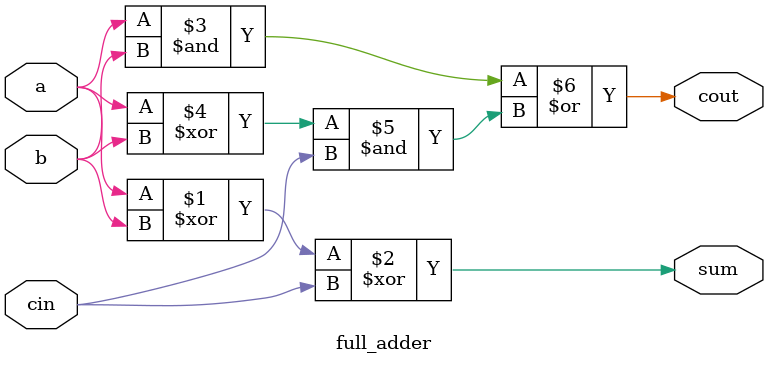
<source format=v>
module full_adder(
    input wire a,
    input wire b,
    input wire cin,
    output wire sum,
    output wire cout
);

    assign sum = a ^ b ^ cin;
    assign cout = (a & b) | ((a ^ b) & cin);

endmodule
</source>
